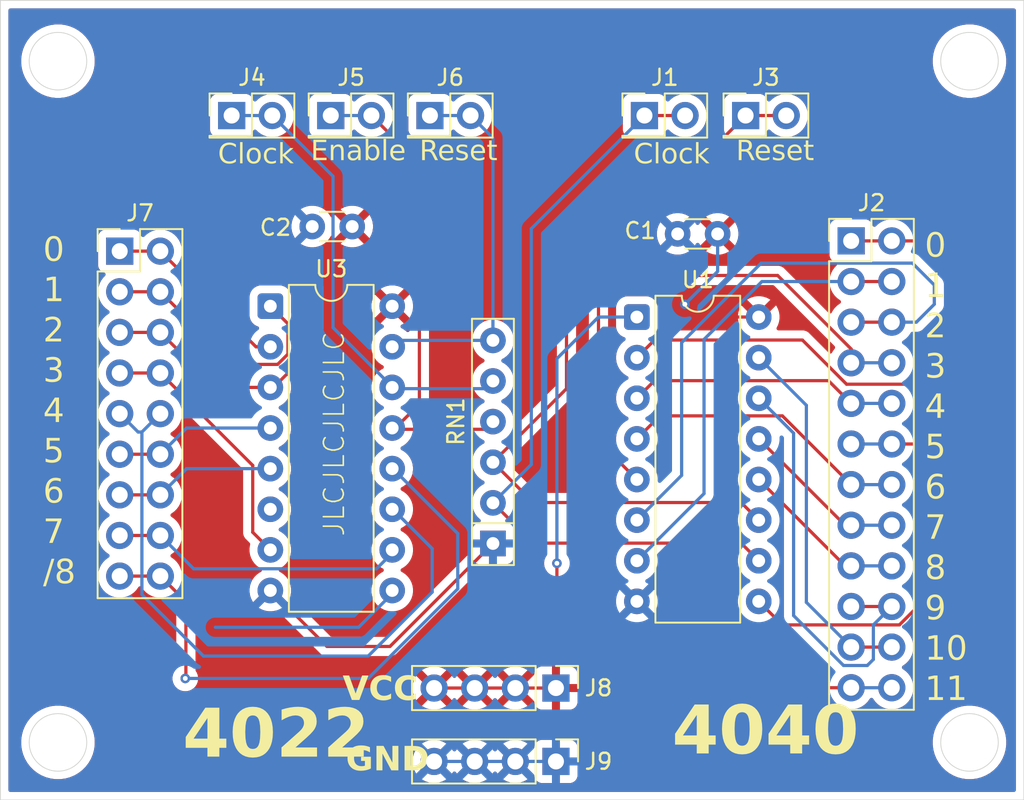
<source format=kicad_pcb>
(kicad_pcb (version 20241229) (generator "pcbnew") (generator_version "9.0")
  (layers (0 "F.Cu" signal) (2 "B.Cu" signal) (13 "F.Paste" user) (15 "B.Paste" user) (5 "F.SilkS" user "F.Silkscreen") (7 "B.SilkS" user "B.Silkscreen") (1 "F.Mask" user) (3 "B.Mask" user) (25 "Edge.Cuts" user))
  (net 0 "")
  (net 1 "Net-(J1-Pin_1)")
  (net 2 "Net-(J2-Pin_11)")
  (net 3 "Net-(J2-Pin_1)")
  (net 4 "Net-(J2-Pin_21)")
  (net 5 "Net-(J2-Pin_17)")
  (net 6 "Net-(J2-Pin_10)")
  (net 7 "Net-(J2-Pin_19)")
  (net 8 "Net-(J3-Pin_1)")
  (net 9 "Net-(J4-Pin_1)")
  (net 10 "Net-(J5-Pin_1)")
  (net 11 "Net-(J7-Pin_11)")
  (net 12 "Net-(J7-Pin_17)")
  (net 13 "Net-(J7-Pin_1)")
  (net 14 "Net-(J7-Pin_10)")
  (net 15 "unconnected-(U3-NC-Pad9)")
  (net 16 "Net-(J7-Pin_15)")
  (net 17 "GND")
  (net 18 "VCC")
  (net 19 "Net-(J6-Pin_1)")
  (net 20 "Net-(J2-Pin_3)")
  (net 21 "Net-(J2-Pin_23)")
  (net 22 "Net-(J2-Pin_15)")
  (net 23 "Net-(J2-Pin_13)")
  (net 24 "Net-(J2-Pin_7)")
  (net 25 "Net-(J2-Pin_5)")
  (net 26 "Net-(J7-Pin_13)")
  (net 27 "Net-(J7-Pin_3)")
  (net 29 "Net-(J7-Pin_7)")
  (net 30 "Net-(J7-Pin_5)")
  (footprint "Resistor_THT:R_Array_SIP6" (layer "F.Cu") (at 191.2 93.96 90)
    (property "Reference" "RN1" (at 7.62 -2.31 90) (layer "F.SilkS"))
    (property "Value" "R_Network05_Split")
    (fp_line (start 14.05 -1.31) (end -1.35 -1.31) (stroke (width 0.12)) (layer "F.SilkS"))
    (fp_line (start 1.27 -1.31) (end 1.27 1.31) (stroke (width 0.12)) (layer "F.SilkS"))
    (fp_line (start -1.35 -1.31) (end -1.35 1.31) (stroke (width 0.12)) (layer "F.SilkS"))
    (fp_line (start 14.05 1.31) (end 14.05 -1.31) (stroke (width 0.12)) (layer "F.SilkS"))
    (fp_line (start -1.35 1.31) (end 14.05 1.31) (stroke (width 0.12)) (layer "F.SilkS"))
    (pad "1" thru_hole rect (at 0 0 90) (size 1.6 1.6) (drill 0.8) (layers "*.Cu" "*.Mask") (net 17 "GND"))
    (pad "2" thru_hole circle (at 2.54 0 90) (size 1.6 1.6) (drill 0.8) (layers "*.Cu" "*.Mask") (net 1 "Net-(J1-Pin_1)"))
    (pad "3" thru_hole circle (at 5.08 0 90) (size 1.6 1.6) (drill 0.8) (layers "*.Cu" "*.Mask") (net 8 "Net-(J3-Pin_1)"))
    (pad "4" thru_hole circle (at 7.62 0 90) (size 1.6 1.6) (drill 0.8) (layers "*.Cu" "*.Mask") (net 10 "Net-(J5-Pin_1)"))
    (pad "5" thru_hole circle (at 10.16 0 90) (size 1.6 1.6) (drill 0.8) (layers "*.Cu" "*.Mask") (net 9 "Net-(J4-Pin_1)"))
    (pad "6" thru_hole circle (at 12.7 0 90) (size 1.6 1.6) (drill 0.8) (layers "*.Cu" "*.Mask") (net 19 "Net-(J6-Pin_1)"))
  )
  (footprint "Capacitor_THT:C_Disc_D3.0mm_W1.6mm_P2.50mm" (layer "F.Cu") (at 205.25 74.6 180)
    (property "Reference" "C1" (at 4.85 0.2 0) (layer "F.SilkS"))
    (property "Value" "100nF")
    (fp_line (start 0.485 0.92) (end 2.015 0.92) (stroke (width 0.12)) (layer "F.SilkS"))
    (fp_line (start 0.485 -0.92) (end 2.015 -0.92) (stroke (width 0.12)) (layer "F.SilkS"))
    (pad "1" thru_hole circle (at 0 0 180) (size 1.6 1.6) (drill 0.8) (layers "*.Cu" "*.Mask") (net 18 "VCC"))
    (pad "2" thru_hole circle (at 2.5 0 180) (size 1.6 1.6) (drill 0.8) (layers "*.Cu" "*.Mask") (net 17 "GND"))
  )
  (footprint "Package_DIP:DIP-16_W7.62mm" (layer "F.Cu") (at 177.28 79.12)
    (property "Reference" "U3" (at 3.81 -2.33 0) (layer "F.SilkS"))
    (property "Value" "4022")
    (fp_line (start 1.16 -1.33) (end 1.16 19.11) (stroke (width 0.12)) (layer "F.SilkS"))
    (fp_line (start 1.16 19.11) (end 6.46 19.11) (stroke (width 0.12)) (layer "F.SilkS"))
    (fp_line (start 2.81 -1.33) (end 1.16 -1.33) (stroke (width 0.12)) (layer "F.SilkS"))
    (fp_line (start 6.46 -1.33) (end 4.81 -1.33) (stroke (width 0.12)) (layer "F.SilkS"))
    (fp_line (start 6.46 19.11) (end 6.46 -1.33) (stroke (width 0.12)) (layer "F.SilkS"))
    (fp_arc (start 4.81 -1.33) (mid 3.81 -0.33) (end 2.81 -1.33) (stroke (width 0.12)) (layer "F.SilkS"))
    (pad "1" thru_hole roundrect (at 0 0) (size 1.6 1.6) (drill 0.8) (layers "*.Cu" "*.Mask") (roundrect_rratio 0.15625) (net 27 "Net-(J7-Pin_3)"))
    (pad "2" thru_hole circle (at 0 2.54) (size 1.6 1.6) (drill 0.8) (layers "*.Cu" "*.Mask") (net 13 "Net-(J7-Pin_1)"))
    (pad "3" thru_hole circle (at 0 5.08) (size 1.6 1.6) (drill 0.8) (layers "*.Cu" "*.Mask") (net 30 "Net-(J7-Pin_5)"))
    (pad "4" thru_hole circle (at 0 7.62) (size 1.6 1.6) (drill 0.8) (layers "*.Cu" "*.Mask") (net 11 "Net-(J7-Pin_11)"))
    (pad "5" thru_hole circle (at 0 10.16) (size 1.6 1.6) (drill 0.8) (layers "*.Cu" "*.Mask") (net 26 "Net-(J7-Pin_13)"))
    (pad "6" thru_hole circle (at 0 12.7) (size 1.6 1.6) (drill 0.8) (layers "*.Cu" "*.Mask"))
    (pad "7" thru_hole circle (at 0 15.24) (size 1.6 1.6) (drill 0.8) (layers "*.Cu" "*.Mask") (net 29 "Net-(J7-Pin_7)"))
    (pad "8" thru_hole circle (at 0 17.78) (size 1.6 1.6) (drill 0.8) (layers "*.Cu" "*.Mask") (net 17 "GND"))
    (pad "9" thru_hole circle (at 7.62 17.78) (size 1.6 1.6) (drill 0.8) (layers "*.Cu" "*.Mask") (net 15 "unconnected-(U3-NC-Pad9)"))
    (pad "10" thru_hole circle (at 7.62 15.24) (size 1.6 1.6) (drill 0.8) (layers "*.Cu" "*.Mask") (net 16 "Net-(J7-Pin_15)"))
    (pad "11" thru_hole circle (at 7.62 12.7) (size 1.6 1.6) (drill 0.8) (layers "*.Cu" "*.Mask") (net 14 "Net-(J7-Pin_10)"))
    (pad "12" thru_hole circle (at 7.62 10.16) (size 1.6 1.6) (drill 0.8) (layers "*.Cu" "*.Mask") (net 12 "Net-(J7-Pin_17)"))
    (pad "13" thru_hole circle (at 7.62 7.62) (size 1.6 1.6) (drill 0.8) (layers "*.Cu" "*.Mask") (net 10 "Net-(J5-Pin_1)"))
    (pad "14" thru_hole circle (at 7.62 5.08) (size 1.6 1.6) (drill 0.8) (layers "*.Cu" "*.Mask") (net 9 "Net-(J4-Pin_1)"))
    (pad "15" thru_hole circle (at 7.62 2.54) (size 1.6 1.6) (drill 0.8) (layers "*.Cu" "*.Mask") (net 19 "Net-(J6-Pin_1)"))
    (pad "16" thru_hole circle (at 7.62 0) (size 1.6 1.6) (drill 0.8) (layers "*.Cu" "*.Mask") (net 18 "VCC"))
  )
  (footprint "Capacitor_THT:C_Disc_D3.0mm_W1.6mm_P2.50mm" (layer "F.Cu") (at 182.4 74.14 180)
    (property "Reference" "C2" (at 4.8 -0.06 0) (layer "F.SilkS"))
    (property "Value" "100nF")
    (fp_line (start 0.485 0.92) (end 2.015 0.92) (stroke (width 0.12)) (layer "F.SilkS"))
    (fp_line (start 0.485 -0.92) (end 2.015 -0.92) (stroke (width 0.12)) (layer "F.SilkS"))
    (pad "1" thru_hole circle (at 0 0 180) (size 1.6 1.6) (drill 0.8) (layers "*.Cu" "*.Mask") (net 18 "VCC"))
    (pad "2" thru_hole circle (at 2.5 0 180) (size 1.6 1.6) (drill 0.8) (layers "*.Cu" "*.Mask") (net 17 "GND"))
  )
  (footprint "Connector_PinHeader_2.54mm:PinHeader_2x01_P2.54mm_Vertical" (layer "F.Cu") (at 174.86 67.2)
    (property "Reference" "J4" (at 1.27 -2.38 0) (layer "F.SilkS"))
    (property "Value" "Clock")
    (fp_line (start -1.38 -1.38) (end 0 -1.38) (stroke (width 0.12)) (layer "F.SilkS"))
    (fp_line (start -1.38 0) (end -1.38 -1.38) (stroke (width 0.12)) (layer "F.SilkS"))
    (fp_line (start -1.38 1.27) (end -1.38 1.38) (stroke (width 0.12)) (layer "F.SilkS"))
    (fp_line (start -1.38 1.27) (end 1.27 1.27) (stroke (width 0.12)) (layer "F.SilkS"))
    (fp_line (start -1.38 1.38) (end 3.92 1.38) (stroke (width 0.12)) (layer "F.SilkS"))
    (fp_line (start 1.27 -1.38) (end 3.92 -1.38) (stroke (width 0.12)) (layer "F.SilkS"))
    (fp_line (start 1.27 1.27) (end 1.27 -1.38) (stroke (width 0.12)) (layer "F.SilkS"))
    (fp_line (start 3.92 -1.38) (end 3.92 1.38) (stroke (width 0.12)) (layer "F.SilkS"))
    (pad "1" thru_hole rect (at 0 0) (size 1.7 1.7) (drill 1) (layers "*.Cu" "*.Mask") (net 9 "Net-(J4-Pin_1)"))
    (pad "2" thru_hole circle (at 2.54 0) (size 1.7 1.7) (drill 1) (layers "*.Cu" "*.Mask") (net 9 "Net-(J4-Pin_1)"))
  )
  (footprint "Connector_PinHeader_2.54mm:PinHeader_1x04_P2.54mm_Vertical" (layer "F.Cu") (at 195.14 103 -90)
    (property "Reference" "J8" (at 0 -2.66 180) (layer "F.SilkS"))
    (property "Value" "VCC")
    (fp_line (start -1.38 9) (end 1.38 9) (stroke (width 0.12)) (layer "F.SilkS"))
    (fp_line (start -1.38 1.27) (end -1.38 9) (stroke (width 0.12)) (layer "F.SilkS"))
    (fp_line (start -1.38 1.27) (end 1.38 1.27) (stroke (width 0.12)) (layer "F.SilkS"))
    (fp_line (start 1.38 1.27) (end 1.38 9) (stroke (width 0.12)) (layer "F.SilkS"))
    (fp_line (start -1.38 0) (end -1.38 -1.38) (stroke (width 0.12)) (layer "F.SilkS"))
    (fp_line (start -1.38 -1.38) (end 0 -1.38) (stroke (width 0.12)) (layer "F.SilkS"))
    (pad "1" thru_hole rect (at 0 0 270) (size 1.7 1.7) (drill 1) (layers "*.Cu" "*.Mask") (net 18 "VCC"))
    (pad "2" thru_hole circle (at 0 2.54 270) (size 1.7 1.7) (drill 1) (layers "*.Cu" "*.Mask") (net 18 "VCC"))
    (pad "3" thru_hole circle (at 0 5.08 270) (size 1.7 1.7) (drill 1) (layers "*.Cu" "*.Mask") (net 18 "VCC"))
    (pad "4" thru_hole circle (at 0 7.62 270) (size 1.7 1.7) (drill 1) (layers "*.Cu" "*.Mask") (net 18 "VCC"))
  )
  (footprint "Connector_PinHeader_2.54mm:PinHeader_2x09_P2.54mm_Vertical" (layer "F.Cu") (at 167.86 75.68)
    (property "Reference" "J7" (at 1.27 -2.38 0) (layer "F.SilkS"))
    (property "Value" "4022 Outputs")
    (fp_line (start -1.38 -1.38) (end 0 -1.38) (stroke (width 0.12)) (layer "F.SilkS"))
    (fp_line (start -1.38 0) (end -1.38 -1.38) (stroke (width 0.12)) (layer "F.SilkS"))
    (fp_line (start -1.38 1.27) (end -1.38 21.7) (stroke (width 0.12)) (layer "F.SilkS"))
    (fp_line (start -1.38 1.27) (end 1.27 1.27) (stroke (width 0.12)) (layer "F.SilkS"))
    (fp_line (start -1.38 21.7) (end 3.92 21.7) (stroke (width 0.12)) (layer "F.SilkS"))
    (fp_line (start 1.27 -1.38) (end 3.92 -1.38) (stroke (width 0.12)) (layer "F.SilkS"))
    (fp_line (start 1.27 1.27) (end 1.27 -1.38) (stroke (width 0.12)) (layer "F.SilkS"))
    (fp_line (start 3.92 -1.38) (end 3.92 21.7) (stroke (width 0.12)) (layer "F.SilkS"))
    (pad "1" thru_hole rect (at 0 0) (size 1.7 1.7) (drill 1) (layers "*.Cu" "*.Mask") (net 13 "Net-(J7-Pin_1)"))
    (pad "2" thru_hole circle (at 2.54 0) (size 1.7 1.7) (drill 1) (layers "*.Cu" "*.Mask") (net 13 "Net-(J7-Pin_1)"))
    (pad "3" thru_hole circle (at 0 2.54) (size 1.7 1.7) (drill 1) (layers "*.Cu" "*.Mask") (net 27 "Net-(J7-Pin_3)"))
    (pad "4" thru_hole circle (at 2.54 2.54) (size 1.7 1.7) (drill 1) (layers "*.Cu" "*.Mask") (net 27 "Net-(J7-Pin_3)"))
    (pad "5" thru_hole circle (at 0 5.08) (size 1.7 1.7) (drill 1) (layers "*.Cu" "*.Mask") (net 30 "Net-(J7-Pin_5)"))
    (pad "6" thru_hole circle (at 2.54 5.08) (size 1.7 1.7) (drill 1) (layers "*.Cu" "*.Mask") (net 30 "Net-(J7-Pin_5)"))
    (pad "7" thru_hole circle (at 0 7.62) (size 1.7 1.7) (drill 1) (layers "*.Cu" "*.Mask") (net 29 "Net-(J7-Pin_7)"))
    (pad "8" thru_hole circle (at 2.54 7.62) (size 1.7 1.7) (drill 1) (layers "*.Cu" "*.Mask") (net 29 "Net-(J7-Pin_7)"))
    (pad "9" thru_hole circle (at 0 10.16) (size 1.7 1.7) (drill 1) (layers "*.Cu" "*.Mask") (net 14 "Net-(J7-Pin_10)"))
    (pad "10" thru_hole circle (at 2.54 10.16) (size 1.7 1.7) (drill 1) (layers "*.Cu" "*.Mask") (net 14 "Net-(J7-Pin_10)"))
    (pad "11" thru_hole circle (at 0 12.7) (size 1.7 1.7) (drill 1) (layers "*.Cu" "*.Mask") (net 11 "Net-(J7-Pin_11)"))
    (pad "12" thru_hole circle (at 2.54 12.7) (size 1.7 1.7) (drill 1) (layers "*.Cu" "*.Mask") (net 11 "Net-(J7-Pin_11)"))
    (pad "13" thru_hole circle (at 0 15.24) (size 1.7 1.7) (drill 1) (layers "*.Cu" "*.Mask") (net 26 "Net-(J7-Pin_13)"))
    (pad "14" thru_hole circle (at 2.54 15.24) (size 1.7 1.7) (drill 1) (layers "*.Cu" "*.Mask") (net 26 "Net-(J7-Pin_13)"))
    (pad "15" thru_hole circle (at 0 17.78) (size 1.7 1.7) (drill 1) (layers "*.Cu" "*.Mask") (net 16 "Net-(J7-Pin_15)"))
    (pad "16" thru_hole circle (at 2.54 17.78) (size 1.7 1.7) (drill 1) (layers "*.Cu" "*.Mask") (net 16 "Net-(J7-Pin_15)"))
    (pad "17" thru_hole circle (at 0 20.32) (size 1.7 1.7) (drill 1) (layers "*.Cu" "*.Mask") (net 12 "Net-(J7-Pin_17)"))
    (pad "18" thru_hole circle (at 2.54 20.32) (size 1.7 1.7) (drill 1) (layers "*.Cu" "*.Mask") (net 12 "Net-(J7-Pin_17)"))
  )
  (footprint "Connector_PinHeader_2.54mm:PinHeader_2x01_P2.54mm_Vertical" (layer "F.Cu") (at 200.675 67.2)
    (property "Reference" "J1" (at 1.27 -2.38 0) (layer "F.SilkS"))
    (property "Value" "Clock")
    (fp_line (start -1.38 -1.38) (end 0 -1.38) (stroke (width 0.12)) (layer "F.SilkS"))
    (fp_line (start -1.38 0) (end -1.38 -1.38) (stroke (width 0.12)) (layer "F.SilkS"))
    (fp_line (start -1.38 1.27) (end -1.38 1.38) (stroke (width 0.12)) (layer "F.SilkS"))
    (fp_line (start -1.38 1.27) (end 1.27 1.27) (stroke (width 0.12)) (layer "F.SilkS"))
    (fp_line (start -1.38 1.38) (end 3.92 1.38) (stroke (width 0.12)) (layer "F.SilkS"))
    (fp_line (start 1.27 -1.38) (end 3.92 -1.38) (stroke (width 0.12)) (layer "F.SilkS"))
    (fp_line (start 1.27 1.27) (end 1.27 -1.38) (stroke (width 0.12)) (layer "F.SilkS"))
    (fp_line (start 3.92 -1.38) (end 3.92 1.38) (stroke (width 0.12)) (layer "F.SilkS"))
    (pad "1" thru_hole rect (at 0 0) (size 1.7 1.7) (drill 1) (layers "*.Cu" "*.Mask") (net 1 "Net-(J1-Pin_1)"))
    (pad "2" thru_hole circle (at 2.54 0) (size 1.7 1.7) (drill 1) (layers "*.Cu" "*.Mask") (net 1 "Net-(J1-Pin_1)"))
  )
  (footprint "Package_DIP:DIP-16_W7.62mm" (layer "F.Cu") (at 200.2 79.8)
    (property "Reference" "U1" (at 3.81 -2.33 0) (layer "F.SilkS"))
    (property "Value" "4040")
    (fp_line (start 1.16 -1.33) (end 1.16 19.11) (stroke (width 0.12)) (layer "F.SilkS"))
    (fp_line (start 1.16 19.11) (end 6.46 19.11) (stroke (width 0.12)) (layer "F.SilkS"))
    (fp_line (start 2.81 -1.33) (end 1.16 -1.33) (stroke (width 0.12)) (layer "F.SilkS"))
    (fp_line (start 6.46 -1.33) (end 4.81 -1.33) (stroke (width 0.12)) (layer "F.SilkS"))
    (fp_line (start 6.46 19.11) (end 6.46 -1.33) (stroke (width 0.12)) (layer "F.SilkS"))
    (fp_arc (start 4.81 -1.33) (mid 3.81 -0.33) (end 2.81 -1.33) (stroke (width 0.12)) (layer "F.SilkS"))
    (pad "1" thru_hole roundrect (at 0 0) (size 1.6 1.6) (drill 0.8) (layers "*.Cu" "*.Mask") (roundrect_rratio 0.15625) (net 21 "Net-(J2-Pin_23)"))
    (pad "2" thru_hole circle (at 0 2.54) (size 1.6 1.6) (drill 0.8) (layers "*.Cu" "*.Mask") (net 2 "Net-(J2-Pin_11)"))
    (pad "3" thru_hole circle (at 0 5.08) (size 1.6 1.6) (drill 0.8) (layers "*.Cu" "*.Mask") (net 6 "Net-(J2-Pin_10)"))
    (pad "4" thru_hole circle (at 0 7.62) (size 1.6 1.6) (drill 0.8) (layers "*.Cu" "*.Mask") (net 23 "Net-(J2-Pin_13)"))
    (pad "5" thru_hole circle (at 0 10.16) (size 1.6 1.6) (drill 0.8) (layers "*.Cu" "*.Mask") (net 24 "Net-(J2-Pin_7)"))
    (pad "6" thru_hole circle (at 0 12.7) (size 1.6 1.6) (drill 0.8) (layers "*.Cu" "*.Mask") (net 25 "Net-(J2-Pin_5)"))
    (pad "7" thru_hole circle (at 0 15.24) (size 1.6 1.6) (drill 0.8) (layers "*.Cu" "*.Mask") (net 20 "Net-(J2-Pin_3)"))
    (pad "8" thru_hole circle (at 0 17.78) (size 1.6 1.6) (drill 0.8) (layers "*.Cu" "*.Mask") (net 17 "GND"))
    (pad "9" thru_hole circle (at 7.62 17.78) (size 1.6 1.6) (drill 0.8) (layers "*.Cu" "*.Mask") (net 3 "Net-(J2-Pin_1)"))
    (pad "10" thru_hole circle (at 7.62 15.24) (size 1.6 1.6) (drill 0.8) (layers "*.Cu" "*.Mask") (net 1 "Net-(J1-Pin_1)"))
    (pad "11" thru_hole circle (at 7.62 12.7) (size 1.6 1.6) (drill 0.8) (layers "*.Cu" "*.Mask") (net 8 "Net-(J3-Pin_1)"))
    (pad "12" thru_hole circle (at 7.62 10.16) (size 1.6 1.6) (drill 0.8) (layers "*.Cu" "*.Mask") (net 5 "Net-(J2-Pin_17)"))
    (pad "13" thru_hole circle (at 7.62 7.62) (size 1.6 1.6) (drill 0.8) (layers "*.Cu" "*.Mask") (net 22 "Net-(J2-Pin_15)"))
    (pad "14" thru_hole circle (at 7.62 5.08) (size 1.6 1.6) (drill 0.8) (layers "*.Cu" "*.Mask") (net 7 "Net-(J2-Pin_19)"))
    (pad "15" thru_hole circle (at 7.62 2.54) (size 1.6 1.6) (drill 0.8) (layers "*.Cu" "*.Mask") (net 4 "Net-(J2-Pin_21)"))
    (pad "16" thru_hole circle (at 7.62 0) (size 1.6 1.6) (drill 0.8) (layers "*.Cu" "*.Mask") (net 18 "VCC"))
  )
  (footprint "Connector_PinHeader_2.54mm:PinHeader_1x04_P2.54mm_Vertical" (layer "F.Cu") (at 195.14 107.59 -90)
    (property "Reference" "J9" (at 0 -2.66 180) (layer "F.SilkS"))
    (property "Value" "GND")
    (fp_line (start -1.38 9) (end 1.38 9) (stroke (width 0.12)) (layer "F.SilkS"))
    (fp_line (start -1.38 1.27) (end -1.38 9) (stroke (width 0.12)) (layer "F.SilkS"))
    (fp_line (start -1.38 1.27) (end 1.38 1.27) (stroke (width 0.12)) (layer "F.SilkS"))
    (fp_line (start 1.38 1.27) (end 1.38 9) (stroke (width 0.12)) (layer "F.SilkS"))
    (fp_line (start -1.38 0) (end -1.38 -1.38) (stroke (width 0.12)) (layer "F.SilkS"))
    (fp_line (start -1.38 -1.38) (end 0 -1.38) (stroke (width 0.12)) (layer "F.SilkS"))
    (pad "1" thru_hole rect (at 0 0 270) (size 1.7 1.7) (drill 1) (layers "*.Cu" "*.Mask") (net 17 "GND"))
    (pad "2" thru_hole circle (at 0 2.54 270) (size 1.7 1.7) (drill 1) (layers "*.Cu" "*.Mask") (net 17 "GND"))
    (pad "3" thru_hole circle (at 0 5.08 270) (size 1.7 1.7) (drill 1) (layers "*.Cu" "*.Mask") (net 17 "GND"))
    (pad "4" thru_hole circle (at 0 7.62 270) (size 1.7 1.7) (drill 1) (layers "*.Cu" "*.Mask") (net 17 "GND"))
  )
  (footprint "Connector_PinHeader_2.54mm:PinHeader_2x01_P2.54mm_Vertical" (layer "F.Cu") (at 207 67.2)
    (property "Reference" "J3" (at 1.27 -2.38 0) (layer "F.SilkS"))
    (property "Value" "Reset")
    (fp_line (start -1.38 -1.38) (end 0 -1.38) (stroke (width 0.12)) (layer "F.SilkS"))
    (fp_line (start -1.38 0) (end -1.38 -1.38) (stroke (width 0.12)) (layer "F.SilkS"))
    (fp_line (start -1.38 1.27) (end -1.38 1.38) (stroke (width 0.12)) (layer "F.SilkS"))
    (fp_line (start -1.38 1.27) (end 1.27 1.27) (stroke (width 0.12)) (layer "F.SilkS"))
    (fp_line (start -1.38 1.38) (end 3.92 1.38) (stroke (width 0.12)) (layer "F.SilkS"))
    (fp_line (start 1.27 -1.38) (end 3.92 -1.38) (stroke (width 0.12)) (layer "F.SilkS"))
    (fp_line (start 1.27 1.27) (end 1.27 -1.38) (stroke (width 0.12)) (layer "F.SilkS"))
    (fp_line (start 3.92 -1.38) (end 3.92 1.38) (stroke (width 0.12)) (layer "F.SilkS"))
    (pad "1" thru_hole rect (at 0 0) (size 1.7 1.7) (drill 1) (layers "*.Cu" "*.Mask") (net 8 "Net-(J3-Pin_1)"))
    (pad "2" thru_hole circle (at 2.54 0) (size 1.7 1.7) (drill 1) (layers "*.Cu" "*.Mask") (net 8 "Net-(J3-Pin_1)"))
  )
  (footprint "Connector_PinHeader_2.54mm:PinHeader_2x01_P2.54mm_Vertical" (layer "F.Cu") (at 187.26 67.2)
    (property "Reference" "J6" (at 1.27 -2.38 0) (layer "F.SilkS"))
    (property "Value" "Reset")
    (fp_line (start -1.38 -1.38) (end 0 -1.38) (stroke (width 0.12)) (layer "F.SilkS"))
    (fp_line (start -1.38 0) (end -1.38 -1.38) (stroke (width 0.12)) (layer "F.SilkS"))
    (fp_line (start -1.38 1.27) (end -1.38 1.38) (stroke (width 0.12)) (layer "F.SilkS"))
    (fp_line (start -1.38 1.27) (end 1.27 1.27) (stroke (width 0.12)) (layer "F.SilkS"))
    (fp_line (start -1.38 1.38) (end 3.92 1.38) (stroke (width 0.12)) (layer "F.SilkS"))
    (fp_line (start 1.27 -1.38) (end 3.92 -1.38) (stroke (width 0.12)) (layer "F.SilkS"))
    (fp_line (start 1.27 1.27) (end 1.27 -1.38) (stroke (width 0.12)) (layer "F.SilkS"))
    (fp_line (start 3.92 -1.38) (end 3.92 1.38) (stroke (width 0.12)) (layer "F.SilkS"))
    (pad "1" thru_hole rect (at 0 0) (size 1.7 1.7) (drill 1) (layers "*.Cu" "*.Mask") (net 19 "Net-(J6-Pin_1)"))
    (pad "2" thru_hole circle (at 2.54 0) (size 1.7 1.7) (drill 1) (layers "*.Cu" "*.Mask") (net 19 "Net-(J6-Pin_1)"))
  )
  (footprint "Connector_PinHeader_2.54mm:PinHeader_2x12_P2.54mm_Vertical" (layer "F.Cu") (at 213.6 75.04)
    (property "Reference" "J2" (at 1.27 -2.38 0) (layer "F.SilkS"))
    (property "Value" "4040 Outputs")
    (fp_line (start -1.38 -1.38) (end 0 -1.38) (stroke (width 0.12)) (layer "F.SilkS"))
    (fp_line (start -1.38 0) (end -1.38 -1.38) (stroke (width 0.12)) (layer "F.SilkS"))
    (fp_line (start -1.38 1.27) (end -1.38 29.32) (stroke (width 0.12)) (layer "F.SilkS"))
    (fp_line (start -1.38 1.27) (end 1.27 1.27) (stroke (width 0.12)) (layer "F.SilkS"))
    (fp_line (start -1.38 29.32) (end 3.92 29.32) (stroke (width 0.12)) (layer "F.SilkS"))
    (fp_line (start 1.27 -1.38) (end 3.92 -1.38) (stroke (width 0.12)) (layer "F.SilkS"))
    (fp_line (start 1.27 1.27) (end 1.27 -1.38) (stroke (width 0.12)) (layer "F.SilkS"))
    (fp_line (start 3.92 -1.38) (end 3.92 29.32) (stroke (width 0.12)) (layer "F.SilkS"))
    (pad "1" thru_hole rect (at 0 0) (size 1.7 1.7) (drill 1) (layers "*.Cu" "*.Mask") (net 3 "Net-(J2-Pin_1)"))
    (pad "2" thru_hole circle (at 2.54 0) (size 1.7 1.7) (drill 1) (layers "*.Cu" "*.Mask") (net 3 "Net-(J2-Pin_1)"))
    (pad "3" thru_hole circle (at 0 2.54) (size 1.7 1.7) (drill 1) (layers "*.Cu" "*.Mask") (net 20 "Net-(J2-Pin_3)"))
    (pad "4" thru_hole circle (at 2.54 2.54) (size 1.7 1.7) (drill 1) (layers "*.Cu" "*.Mask") (net 20 "Net-(J2-Pin_3)"))
    (pad "5" thru_hole circle (at 0 5.08) (size 1.7 1.7) (drill 1) (layers "*.Cu" "*.Mask") (net 25 "Net-(J2-Pin_5)"))
    (pad "6" thru_hole circle (at 2.54 5.08) (size 1.7 1.7) (drill 1) (layers "*.Cu" "*.Mask") (net 25 "Net-(J2-Pin_5)"))
    (pad "7" thru_hole circle (at 0 7.62) (size 1.7 1.7) (drill 1) (layers "*.Cu" "*.Mask") (net 24 "Net-(J2-Pin_7)"))
    (pad "8" thru_hole circle (at 2.54 7.62) (size 1.7 1.7) (drill 1) (layers "*.Cu" "*.Mask") (net 24 "Net-(J2-Pin_7)"))
    (pad "9" thru_hole circle (at 0 10.16) (size 1.7 1.7) (drill 1) (layers "*.Cu" "*.Mask") (net 6 "Net-(J2-Pin_10)"))
    (pad "10" thru_hole circle (at 2.54 10.16) (size 1.7 1.7) (drill 1) (layers "*.Cu" "*.Mask") (net 6 "Net-(J2-Pin_10)"))
    (pad "11" thru_hole circle (at 0 12.7) (size 1.7 1.7) (drill 1) (layers "*.Cu" "*.Mask") (net 2 "Net-(J2-Pin_11)"))
    (pad "12" thru_hole circle (at 2.54 12.7) (size 1.7 1.7) (drill 1) (layers "*.Cu" "*.Mask") (net 2 "Net-(J2-Pin_11)"))
    (pad "13" thru_hole circle (at 0 15.24) (size 1.7 1.7) (drill 1) (layers "*.Cu" "*.Mask") (net 23 "Net-(J2-Pin_13)"))
    (pad "14" thru_hole circle (at 2.54 15.24) (size 1.7 1.7) (drill 1) (layers "*.Cu" "*.Mask") (net 23 "Net-(J2-Pin_13)"))
    (pad "15" thru_hole circle (at 0 17.78) (size 1.7 1.7) (drill 1) (layers "*.Cu" "*.Mask") (net 22 "Net-(J2-Pin_15)"))
    (pad "16" thru_hole circle (at 2.54 17.78) (size 1.7 1.7) (drill 1) (layers "*.Cu" "*.Mask") (net 22 "Net-(J2-Pin_15)"))
    (pad "17" thru_hole circle (at 0 20.32) (size 1.7 1.7) (drill 1) (layers "*.Cu" "*.Mask") (net 5 "Net-(J2-Pin_17)"))
    (pad "18" thru_hole circle (at 2.54 20.32) (size 1.7 1.7) (drill 1) (layers "*.Cu" "*.Mask") (net 5 "Net-(J2-Pin_17)"))
    (pad "19" thru_hole circle (at 0 22.86) (size 1.7 1.7) (drill 1) (layers "*.Cu" "*.Mask") (net 7 "Net-(J2-Pin_19)"))
    (pad "20" thru_hole circle (at 2.54 22.86) (size 1.7 1.7) (drill 1) (layers "*.Cu" "*.Mask") (net 7 "Net-(J2-Pin_19)"))
    (pad "21" thru_hole circle (at 0 25.4) (size 1.7 1.7) (drill 1) (layers "*.Cu" "*.Mask") (net 4 "Net-(J2-Pin_21)"))
    (pad "22" thru_hole circle (at 2.54 25.4) (size 1.7 1.7) (drill 1) (layers "*.Cu" "*.Mask") (net 4 "Net-(J2-Pin_21)"))
    (pad "23" thru_hole circle (at 0 27.94) (size 1.7 1.7) (drill 1) (layers "*.Cu" "*.Mask") (net 21 "Net-(J2-Pin_23)"))
    (pad "24" thru_hole circle (at 2.54 27.94) (size 1.7 1.7) (drill 1) (layers "*.Cu" "*.Mask") (net 21 "Net-(J2-Pin_23)"))
  )
  (footprint "Connector_PinHeader_2.54mm:PinHeader_2x01_P2.54mm_Vertical" (layer "F.Cu") (at 181.06 67.2)
    (property "Reference" "J5" (at 1.27 -2.38 0) (layer "F.SilkS"))
    (property "Value" "Enable")
    (fp_line (start -1.38 -1.38) (end 0 -1.38) (stroke (width 0.12)) (layer "F.SilkS"))
    (fp_line (start -1.38 0) (end -1.38 -1.38) (stroke (width 0.12)) (layer "F.SilkS"))
    (fp_line (start -1.38 1.27) (end -1.38 1.38) (stroke (width 0.12)) (layer "F.SilkS"))
    (fp_line (start -1.38 1.27) (end 1.27 1.27) (stroke (width 0.12)) (layer "F.SilkS"))
    (fp_line (start -1.38 1.38) (end 3.92 1.38) (stroke (width 0.12)) (layer "F.SilkS"))
    (fp_line (start 1.27 -1.38) (end 3.92 -1.38) (stroke (width 0.12)) (layer "F.SilkS"))
    (fp_line (start 1.27 1.27) (end 1.27 -1.38) (stroke (width 0.12)) (layer "F.SilkS"))
    (fp_line (start 3.92 -1.38) (end 3.92 1.38) (stroke (width 0.12)) (layer "F.SilkS"))
    (pad "1" thru_hole rect (at 0 0) (size 1.7 1.7) (drill 1) (layers "*.Cu" "*.Mask") (net 10 "Net-(J5-Pin_1)"))
    (pad "2" thru_hole circle (at 2.54 0) (size 1.7 1.7) (drill 1) (layers "*.Cu" "*.Mask") (net 10 "Net-(J5-Pin_1)"))
  )
  (gr_rect (start 160.4 60) (end 224.4 110) (stroke (width 0.05)) (fill no) (layer "Edge.Cuts"))
  (gr_circle (center 221 63.8) (end 222.8 63.8) (stroke (width 0.05)) (fill no) (layer "Edge.Cuts"))
  (gr_circle (center 164 106.4) (end 165.8 106.4) (stroke (width 0.05)) (fill no) (layer "Edge.Cuts"))
  (gr_circle (center 221 106.4) (end 222.8 106.4) (stroke (width 0.05)) (fill no) (layer "Edge.Cuts"))
  (gr_circle (center 164 63.8) (end 165.8 63.8) (stroke (width 0.05)) (fill no) (layer "Edge.Cuts"))
  (gr_text "Reset" (at 186.6 70.2 0) (layer "F.SilkS") (effects (font (size 1.25 1.25) (thickness 0.1)) (justify left bottom)))
  (gr_text "0\n1\n2\n3\n4\n5\n6\n7\n8\n9\n10\n11" (at 218.2 104 0) (layer "F.SilkS") (effects (font (size 1.5 1.5) (thickness 0.1)) (justify left bottom)))
  (gr_text " 0\n 1\n 2\n 3\n 4\n 5\n 6\n 7\n /8" (at 162.4 96.7 0) (layer "F.SilkS") (effects (font (size 1.5 1.5) (thickness 0.1)) (justify left bottom)))
  (gr_text "VCC" (at 181.8 104 0) (layer "F.SilkS") (effects (font (size 1.5 1.5) (thickness 0.3) (bold yes)) (justify left bottom)))
  (gr_text "GND" (at 182 108.4 0) (layer "F.SilkS") (effects (font (size 1.5 1.5) (thickness 0.3) (bold yes)) (justify left bottom)))
  (gr_text "JLCJLCJLCJLC" (at 182 93.6 90) (layer "F.SilkS") (effects (font (size 1.25 1.25) (thickness 0.1)) (justify left bottom)))
  (gr_text "Enable" (at 179.8 70.2 0) (layer "F.SilkS") (effects (font (size 1.25 1.25) (thickness 0.1)) (justify left bottom)))
  (gr_text "4040" (at 202.4 107.6 0) (layer "F.SilkS") (effects (font (size 3 3) (thickness 0.3) (bold yes)) (justify left bottom)))
  (gr_text "Clock" (at 174 70.4 0) (layer "F.SilkS") (effects (font (size 1.25 1.25) (thickness 0.1)) (justify left bottom)))
  (gr_text "Reset" (at 206.4 70.2 0) (layer "F.SilkS") (effects (font (size 1.25 1.25) (thickness 0.1)) (justify left bottom)))
  (gr_text "Clock" (at 200 70.4 0) (layer "F.SilkS") (effects (font (size 1.25 1.25) (thickness 0.1)) (justify left bottom)))
  (gr_text "4022" (at 171.8 107.8 0) (layer "F.SilkS") (effects (font (size 3 3) (thickness 0.3) (bold yes)) (justify left bottom)))
  (segment (start 193.719 93.939) (end 191.2 91.42) (width 0.2) (layer "F.Cu") (net 1))
  (segment (start 200.675 67.2) (end 203.215 67.2) (width 0.2) (layer "F.Cu") (net 1))
  (segment (start 207.82 95.04) (end 206.719 93.939) (width 0.2) (layer "F.Cu") (net 1))
  (segment (start 206.719 93.939) (end 193.719 93.939) (width 0.2) (layer "F.Cu") (net 1))
  (segment (start 193.6 74.275) (end 193.6 89.02) (width 0.2) (layer "B.Cu") (net 1))
  (segment (start 193.6 89.02) (end 191.2 91.42) (width 0.2) (layer "B.Cu") (net 1))
  (segment (start 200.675 67.2) (end 193.6 74.275) (width 0.2) (layer "B.Cu") (net 1))
  (segment (start 218.46 87.74) (end 216.14 87.74) (width 0.2) (layer "F.Cu") (net 2))
  (segment (start 210.55124 81.239) (end 213.31224 84) (width 0.2) (layer "F.Cu") (net 2))
  (segment (start 219.6 86.6) (end 218.46 87.74) (width 0.2) (layer "F.Cu") (net 2))
  (segment (start 219.6 85.2) (end 219.6 86.6) (width 0.2) (layer "F.Cu") (net 2))
  (segment (start 201.301 81.239) (end 210.55124 81.239) (width 0.2) (layer "F.Cu") (net 2))
  (segment (start 213.31224 84) (end 218.4 84) (width 0.2) (layer "F.Cu") (net 2))
  (segment (start 200.2 82.34) (end 201.301 81.239) (width 0.2) (layer "F.Cu") (net 2))
  (segment (start 218.4 84) (end 219.6 85.2) (width 0.2) (layer "F.Cu") (net 2))
  (segment (start 216.14 87.74) (end 213.6 87.74) (width 0.2) (layer "B.Cu") (net 2))
  (segment (start 221.2 77.8) (end 218.44 75.04) (width 0.2) (layer "F.Cu") (net 3))
  (segment (start 221.2 94.46776) (end 221.2 77.8) (width 0.2) (layer "F.Cu") (net 3))
  (segment (start 207.82 97.58) (end 209.291 99.051) (width 0.2) (layer "F.Cu") (net 3))
  (segment (start 209.291 99.051) (end 216.61676 99.051) (width 0.2) (layer "F.Cu") (net 3))
  (segment (start 216.61676 99.051) (end 221.2 94.46776) (width 0.2) (layer "F.Cu") (net 3))
  (segment (start 218.44 75.04) (end 216.14 75.04) (width 0.2) (layer "F.Cu") (net 3))
  (segment (start 213.6 75.04) (end 216.14 75.04) (width 0.2) (layer "F.Cu") (net 3))
  (segment (start 213.6 100.44) (end 216.14 100.44) (width 0.2) (layer "F.Cu") (net 4))
  (segment (start 210.8 85.32) (end 210.8 97.64) (width 0.2) (layer "B.Cu") (net 4))
  (segment (start 207.82 82.34) (end 210.8 85.32) (width 0.2) (layer "B.Cu") (net 4))
  (segment (start 210.8 97.64) (end 213.6 100.44) (width 0.2) (layer "B.Cu") (net 4))
  (segment (start 207.82 89.96) (end 213.22 95.36) (width 0.2) (layer "F.Cu") (net 5))
  (segment (start 213.22 95.36) (end 213.6 95.36) (width 0.2) (layer "F.Cu") (net 5))
  (segment (start 213.6 95.36) (end 216.14 95.36) (width 0.2) (layer "B.Cu") (net 5))
  (segment (start 201.301 83.779) (end 212.179 83.779) (width 0.2) (layer "F.Cu") (net 6))
  (segment (start 200.2 84.88) (end 201.301 83.779) (width 0.2) (layer "F.Cu") (net 6))
  (segment (start 212.179 83.779) (end 213.6 85.2) (width 0.2) (layer "F.Cu") (net 6))
  (segment (start 213.6 85.2) (end 216.14 85.2) (width 0.2) (layer "B.Cu") (net 6))
  (segment (start 216.14 97.9) (end 213.6 97.9) (width 0.2) (layer "F.Cu") (net 7))
  (segment (start 207.82 84.88) (end 210 87.06) (width 0.2) (layer "B.Cu") (net 7))
  (segment (start 210 87.06) (end 210 98.46776) (width 0.2) (layer "B.Cu") (net 7))
  (segment (start 210 98.46776) (end 213.12324 101.591) (width 0.2) (layer "B.Cu") (net 7))
  (segment (start 213.12324 101.591) (end 214.609 101.591) (width 0.2) (layer "B.Cu") (net 7))
  (segment (start 214.989 101.211) (end 214.989 99.051) (width 0.2) (layer "B.Cu") (net 7))
  (segment (start 214.989 99.051) (end 216.14 97.9) (width 0.2) (layer "B.Cu") (net 7))
  (segment (start 214.609 101.591) (end 214.989 101.211) (width 0.2) (layer "B.Cu") (net 7))
  (segment (start 207.82 92.5) (end 206.719 91.399) (width 0.2) (layer "F.Cu") (net 8))
  (segment (start 207 67.2) (end 209.54 67.2) (width 0.2) (layer "F.Cu") (net 8))
  (segment (start 195.8 78.4) (end 195.8 84.28) (width 0.2) (layer "F.Cu") (net 8))
  (segment (start 206.719 91.399) (end 193.719 91.399) (width 0.2) (layer "F.Cu") (net 8))
  (segment (start 193.719 91.399) (end 191.2 88.88) (width 0.2) (layer "F.Cu") (net 8))
  (segment (start 195.8 84.28) (end 191.2 88.88) (width 0.2) (layer "F.Cu") (net 8))
  (segment (start 207 67.2) (end 195.8 78.4) (width 0.2) (layer "F.Cu") (net 8))
  (segment (start 174.86 67.2) (end 177.4 67.2) (width 0.2) (layer "B.Cu") (net 9))
  (segment (start 185.02 84.28) (end 190.72 84.28) (width 0.2) (layer "B.Cu") (net 9))
  (segment (start 181.2 80.46) (end 185.02 84.28) (width 0.2) (layer "B.Cu") (net 9))
  (segment (start 190.72 84.28) (end 190.91645 84.08355) (width 0.2) (layer "B.Cu") (net 9))
  (segment (start 177.4 67.2) (end 181.2 71) (width 0.2) (layer "B.Cu") (net 9))
  (segment (start 181.2 71) (end 181.2 80.46) (width 0.2) (layer "B.Cu") (net 9))
  (segment (start 186.6 85.24) (end 185.02 86.82) (width 0.2) (layer "F.Cu") (net 10))
  (segment (start 186.6 70.2) (end 186.6 85.24) (width 0.2) (layer "F.Cu") (net 10))
  (segment (start 183.6 67.2) (end 186.6 70.2) (width 0.2) (layer "F.Cu") (net 10))
  (segment (start 185.02 86.82) (end 190.72 86.82) (width 0.2) (layer "F.Cu") (net 10))
  (segment (start 190.72 86.82) (end 191.2 86.34) (width 0.2) (layer "F.Cu") (net 10))
  (segment (start 181.06 67.2) (end 183.6 67.2) (width 0.2) (layer "B.Cu") (net 10))
  (segment (start 170.4 88.38) (end 167.86 88.38) (width 0.2) (layer "F.Cu") (net 11))
  (segment (start 170.4 88.38) (end 172.04 86.74) (width 0.2) (layer "B.Cu") (net 11))
  (segment (start 172.04 86.74) (end 177.28 86.74) (width 0.2) (layer "B.Cu") (net 11))
  (segment (start 170.4 96) (end 172 97.6) (width 0.2) (layer "F.Cu") (net 12))
  (segment (start 167.86 96) (end 170.4 96) (width 0.2) (layer "F.Cu") (net 12))
  (segment (start 172 97.6) (end 172 102.4) (width 0.2) (layer "F.Cu") (net 12))
  (via (at 171.96 102.4) (size 0.6) (drill 0.3) (layers "F.Cu" "B.Cu") (net 12))
  (segment (start 183.4 102.4) (end 189 96.8) (width 0.2) (layer "B.Cu") (net 12))
  (segment (start 171.96 102.4) (end 183.4 102.4) (width 0.2) (layer "B.Cu") (net 12))
  (segment (start 189 93.34) (end 185.02 89.36) (width 0.2) (layer "B.Cu") (net 12))
  (segment (start 189 96.8) (end 189 93.34) (width 0.2) (layer "B.Cu") (net 12))
  (segment (start 167.86 75.68) (end 170.4 75.68) (width 0.2) (layer "F.Cu") (net 13))
  (segment (start 176.38 81.66) (end 177.28 81.66) (width 0.2) (layer "F.Cu") (net 13))
  (segment (start 170.4 75.68) (end 176.38 81.66) (width 0.2) (layer "F.Cu") (net 13))
  (segment (start 170.16 85.84) (end 170.1 85.9) (width 0.2) (layer "F.Cu") (net 14))
  (segment (start 170.4 85.84) (end 170.16 85.84) (width 0.2) (layer "F.Cu") (net 14))
  (segment (start 173.1 101) (end 183.4 101) (width 0.2) (layer "B.Cu") (net 14))
  (segment (start 169.249 97.149) (end 173.1 101) (width 0.2) (layer "B.Cu") (net 14))
  (segment (start 187.4 94.28) (end 185.02 91.9) (width 0.2) (layer "B.Cu") (net 14))
  (segment (start 170.4 85.84) (end 169.249 86.991) (width 0.2) (layer "B.Cu") (net 14))
  (segment (start 187.4 97) (end 187.4 94.28) (width 0.2) (layer "B.Cu") (net 14))
  (segment (start 167.86 85.84) (end 169.011 86.991) (width 0.2) (layer "B.Cu") (net 14))
  (segment (start 169.011 86.991) (end 169.249 86.991) (width 0.2) (layer "B.Cu") (net 14))
  (segment (start 183.4 101) (end 187.4 97) (width 0.2) (layer "B.Cu") (net 14))
  (segment (start 169.249 86.991) (end 169.249 97.149) (width 0.2) (layer "B.Cu") (net 14))
  (segment (start 182.8 99.2) (end 185.02 96.98) (width 0.2) (layer "B.Cu") (net 15))
  (segment (start 173.84 99.2) (end 182.8 99.2) (width 0.2) (layer "B.Cu") (net 15))
  (segment (start 167.86 93.46) (end 170.4 93.46) (width 0.2) (layer "F.Cu") (net 16))
  (segment (start 172.481 95.541) (end 183.919 95.541) (width 0.2) (layer "B.Cu") (net 16))
  (segment (start 170.4 93.46) (end 172.481 95.541) (width 0.2) (layer "B.Cu") (net 16))
  (segment (start 183.919 95.541) (end 185.02 94.44) (width 0.2) (layer "B.Cu") (net 16))
  (segment (start 184.76 100.4) (end 191.2 93.96) (width 0.2) (layer "F.Cu") (net 17))
  (segment (start 177.4 96.98) (end 180.82 100.4) (width 0.2) (layer "F.Cu") (net 17))
  (segment (start 180.82 100.4) (end 184.76 100.4) (width 0.2) (layer "F.Cu") (net 17))
  (segment (start 190.06 107.59) (end 192.6 107.59) (width 0.2) (layer "B.Cu") (net 17))
  (segment (start 192.6 107.59) (end 195.14 107.59) (width 0.2) (layer "B.Cu") (net 17))
  (segment (start 187.52 107.59) (end 190.06 107.59) (width 0.2) (layer "B.Cu") (net 17))
  (segment (start 207.82 79.8) (end 204 79.8) (width 0.2) (layer "F.Cu") (net 18))
  (segment (start 192.6 103) (end 195.14 103) (width 0.2) (layer "F.Cu") (net 18))
  (segment (start 204 79.8) (end 203.2 79) (width 0.2) (layer "F.Cu") (net 18))
  (segment (start 190.06 103) (end 192.6 103) (width 0.2) (layer "F.Cu") (net 18))
  (segment (start 187.52 103) (end 190.06 103) (width 0.2) (layer "F.Cu") (net 18))
  (via (at 203.2 79) (size 0.6) (drill 0.3) (layers "F.Cu" "B.Cu") (net 18))
  (segment (start 203.2 79) (end 205.25 76.95) (width 0.2) (layer "B.Cu") (net 18))
  (segment (start 205.25 76.95) (end 205.25 74.6) (width 0.2) (layer "B.Cu") (net 18))
  (segment (start 187.26 67.2) (end 189.8 67.2) (width 0.2) (layer "B.Cu") (net 19))
  (segment (start 189.8 67.2) (end 191.2 68.6) (width 0.2) (layer "B.Cu") (net 19))
  (segment (start 191.2 81.26) (end 185.5 81.26) (width 0.2) (layer "B.Cu") (net 19))
  (segment (start 185.5 81.26) (end 185.02 81.74) (width 0.2) (layer "B.Cu") (net 19))
  (segment (start 191.2 68.6) (end 191.2 81.26) (width 0.2) (layer "B.Cu") (net 19))
  (segment (start 213.6 77.58) (end 216.14 77.58) (width 0.2) (layer "F.Cu") (net 20))
  (segment (start 204.4 81.2) (end 208.02 77.58) (width 0.2) (layer "B.Cu") (net 20))
  (segment (start 204.4 90.84) (end 204.4 81.2) (width 0.2) (layer "B.Cu") (net 20))
  (segment (start 200.2 95.04) (end 204.4 90.84) (width 0.2) (layer "B.Cu") (net 20))
  (segment (start 208.02 77.58) (end 213.6 77.58) (width 0.2) (layer "B.Cu") (net 20))
  (segment (start 199.18 102.98) (end 195.2 99) (width 0.2) (layer "F.Cu") (net 21))
  (segment (start 213.6 102.98) (end 199.18 102.98) (width 0.2) (layer "F.Cu") (net 21))
  (segment (start 195.2 99) (end 195.2 95.2) (width 0.2) (layer "F.Cu") (net 21))
  (via (at 195.2 95.2) (size 0.6) (drill 0.3) (layers "F.Cu" "B.Cu") (net 21))
  (segment (start 195.2 82.4) (end 197.8 79.8) (width 0.2) (layer "B.Cu") (net 21))
  (segment (start 216.14 102.98) (end 213.6 102.98) (width 0.2) (layer "B.Cu") (net 21))
  (segment (start 195.2 95.2) (end 195.2 82.4) (width 0.2) (layer "B.Cu") (net 21))
  (segment (start 197.8 79.8) (end 200.2 79.8) (width 0.2) (layer "B.Cu") (net 21))
  (segment (start 207.82 87.42) (end 213.22 92.82) (width 0.2) (layer "F.Cu") (net 22))
  (segment (start 213.22 92.82) (end 213.6 92.82) (width 0.2) (layer "F.Cu") (net 22))
  (segment (start 216.14 92.82) (end 213.6 92.82) (width 0.2) (layer "B.Cu") (net 22))
  (segment (start 209.301 85.981) (end 213.6 90.28) (width 0.2) (layer "F.Cu") (net 23))
  (segment (start 201.639 85.981) (end 209.301 85.981) (width 0.2) (layer "F.Cu") (net 23))
  (segment (start 200.2 87.42) (end 201.639 85.981) (width 0.2) (layer "F.Cu") (net 23))
  (segment (start 213.6 90.28) (end 216.14 90.28) (width 0.2) (layer "B.Cu") (net 23))
  (segment (start 199.17 77.2) (end 209 77.2) (width 0.2) (layer "F.Cu") (net 24))
  (segment (start 213.6 81.8) (end 213.6 82.66) (width 0.2) (layer "F.Cu") (net 24))
  (segment (start 197.8 87.56) (end 197.8 78.57) (width 0.2) (layer "F.Cu") (net 24))
  (segment (start 209 77.2) (end 213.6 81.8) (width 0.2) (layer "F.Cu") (net 24))
  (segment (start 197.8 78.57) (end 199.17 77.2) (width 0.2) (layer "F.Cu") (net 24))
  (segment (start 200.2 89.96) (end 197.8 87.56) (width 0.2) (layer "F.Cu") (net 24))
  (segment (start 216.14 82.66) (end 213.6 82.66) (width 0.2) (layer "B.Cu") (net 24))
  (segment (start 213.6 80.12) (end 216.14 80.12) (width 0.2) (layer "F.Cu") (net 25))
  (segment (start 202.999 89.701) (end 202.999 81.401) (width 0.2) (layer "B.Cu") (net 25))
  (segment (start 200.2 92.5) (end 202.999 89.701) (width 0.2) (layer "B.Cu") (net 25))
  (segment (start 207.971 76.429) (end 217.429 76.429) (width 0.2) (layer "B.Cu") (net 25))
  (segment (start 218.8 77.8) (end 218.8 79) (width 0.2) (layer "B.Cu") (net 25))
  (segment (start 217.68 80.12) (end 216.14 80.12) (width 0.2) (layer "B.Cu") (net 25))
  (segment (start 217.429 76.429) (end 218.8 77.8) (width 0.2) (layer "B.Cu") (net 25))
  (segment (start 218.8 79) (end 217.68 80.12) (width 0.2) (layer "B.Cu") (net 25))
  (segment (start 202.999 81.401) (end 207.971 76.429) (width 0.2) (layer "B.Cu") (net 25))
  (segment (start 167.86 90.92) (end 170.4 90.92) (width 0.2) (layer "F.Cu") (net 26))
  (segment (start 172.04 89.28) (end 177.28 89.28) (width 0.2) (layer "B.Cu") (net 26))
  (segment (start 170.4 90.92) (end 172.04 89.28) (width 0.2) (layer "B.Cu") (net 26))
  (segment (start 167.86 78.22) (end 170.4 78.22) (width 0.2) (layer "F.Cu") (net 27))
  (segment (start 177.73605 82.761) (end 178.381 82.11605) (width 0.2) (layer "F.Cu") (net 27))
  (segment (start 178.381 82.11605) (end 178.381 80.221) (width 0.2) (layer "F.Cu") (net 27))
  (segment (start 174.941 82.761) (end 177.73605 82.761) (width 0.2) (layer "F.Cu") (net 27))
  (segment (start 178.381 80.221) (end 177.28 79.12) (width 0.2) (layer "F.Cu") (net 27))
  (segment (start 170.4 78.22) (end 174.941 82.761) (width 0.2) (layer "F.Cu") (net 27))
  (segment (start 170.4 83.3) (end 176.179 89.079) (width 0.2) (layer "F.Cu") (net 29))
  (segment (start 176.179 93.259) (end 177.28 94.36) (width 0.2) (layer "F.Cu") (net 29))
  (segment (start 167.86 83.3) (end 170.4 83.3) (width 0.2) (layer "F.Cu") (net 29))
  (segment (start 176.179 89.079) (end 176.179 93.259) (width 0.2) (layer "F.Cu") (net 29))
  (segment (start 177.58 75.58) (end 180 78) (width 0.2) (layer "F.Cu") (net 30))
  (segment (start 180 78) (end 180 81.68) (width 0.2) (layer "F.Cu") (net 30))
  (segment (start 180 81.68) (end 177.4 84.28) (width 0.2) (layer "F.Cu") (net 30))
  (segment (start 167.86 80.76) (end 170.4 80.76) (width 0.2) (layer "F.Cu") (net 30))
  (segment (start 170.4 80.76) (end 173.84 84.2) (width 0.2) (layer "F.Cu") (net 30))
  (segment (start 173.84 84.2) (end 177.28 84.2) (width 0.2) (layer "F.Cu") (net 30))
  (zone (net 18) (net_name "VCC") (layer "F.Cu") (priority 1) (connect_pads (clearance 0.5)) (min_thickness 0.25) (fill yes (thermal_gap 0.5) (thermal_bridge_width 0.5))
    (polygon (pts (xy 160.4 60) (xy 160.4 110) (xy 224.4 110) (xy 224.4 60)))
  )
  (zone (net 17) (net_name "GND") (layer "B.Cu") (connect_pads (clearance 0.5)) (min_thickness 0.25) (fill yes (thermal_gap 0.5) (thermal_bridge_width 0.5))
    (polygon (pts (xy 160.4 60) (xy 160.4 110) (xy 224.4 110) (xy 224.4 60)))
  )
)
</source>
